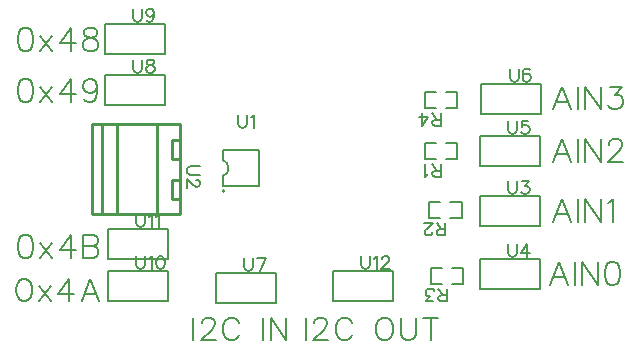
<source format=gto>
G04 Layer: TopSilkscreenLayer*
G04 EasyEDA v6.5.44, 2024-09-10 11:05:08*
G04 ef8795b4f3bf4754bb9c33a9cda3aba6,10*
G04 Gerber Generator version 0.2*
G04 Scale: 100 percent, Rotated: No, Reflected: No *
G04 Dimensions in millimeters *
G04 leading zeros omitted , absolute positions ,4 integer and 5 decimal *
%FSLAX45Y45*%
%MOMM*%

%ADD10C,0.2032*%
%ADD11C,0.1524*%
%ADD12C,0.1500*%
%ADD13C,0.2540*%
%ADD14C,0.2030*%
%ADD15C,0.2000*%
%ADD16C,0.0178*%

%LPD*%
D10*
X4645913Y9412478D02*
G01*
X4572000Y9218676D01*
X4645913Y9412478D02*
G01*
X4719827Y9218676D01*
X4599686Y9283192D02*
G01*
X4692141Y9283192D01*
X4780788Y9412478D02*
G01*
X4780788Y9218676D01*
X4841747Y9412478D02*
G01*
X4841747Y9218676D01*
X4841747Y9412478D02*
G01*
X4971034Y9218676D01*
X4971034Y9412478D02*
G01*
X4971034Y9218676D01*
X5050536Y9412478D02*
G01*
X5152136Y9412478D01*
X5096509Y9338563D01*
X5124450Y9338563D01*
X5142738Y9329420D01*
X5152136Y9320276D01*
X5161279Y9292589D01*
X5161279Y9274047D01*
X5152136Y9246362D01*
X5133593Y9227820D01*
X5105908Y9218676D01*
X5078222Y9218676D01*
X5050536Y9227820D01*
X5041138Y9236963D01*
X5031993Y9255505D01*
X4645913Y8967978D02*
G01*
X4572000Y8774176D01*
X4645913Y8967978D02*
G01*
X4719827Y8774176D01*
X4599686Y8838692D02*
G01*
X4692141Y8838692D01*
X4780788Y8967978D02*
G01*
X4780788Y8774176D01*
X4841747Y8967978D02*
G01*
X4841747Y8774176D01*
X4841747Y8967978D02*
G01*
X4971034Y8774176D01*
X4971034Y8967978D02*
G01*
X4971034Y8774176D01*
X5041138Y8921750D02*
G01*
X5041138Y8931147D01*
X5050536Y8949689D01*
X5059679Y8958834D01*
X5078222Y8967978D01*
X5115052Y8967978D01*
X5133593Y8958834D01*
X5142738Y8949689D01*
X5152136Y8931147D01*
X5152136Y8912605D01*
X5142738Y8894063D01*
X5124450Y8866378D01*
X5031993Y8774176D01*
X5161279Y8774176D01*
X4645913Y8459978D02*
G01*
X4572000Y8266176D01*
X4645913Y8459978D02*
G01*
X4719827Y8266176D01*
X4599686Y8330692D02*
G01*
X4692141Y8330692D01*
X4780788Y8459978D02*
G01*
X4780788Y8266176D01*
X4841747Y8459978D02*
G01*
X4841747Y8266176D01*
X4841747Y8459978D02*
G01*
X4971034Y8266176D01*
X4971034Y8459978D02*
G01*
X4971034Y8266176D01*
X5031993Y8423147D02*
G01*
X5050536Y8432292D01*
X5078222Y8459978D01*
X5078222Y8266176D01*
X4620513Y7926578D02*
G01*
X4546600Y7732776D01*
X4620513Y7926578D02*
G01*
X4694427Y7732776D01*
X4574286Y7797292D02*
G01*
X4666741Y7797292D01*
X4755388Y7926578D02*
G01*
X4755388Y7732776D01*
X4816347Y7926578D02*
G01*
X4816347Y7732776D01*
X4816347Y7926578D02*
G01*
X4945634Y7732776D01*
X4945634Y7926578D02*
G01*
X4945634Y7732776D01*
X5061965Y7926578D02*
G01*
X5034279Y7917434D01*
X5015738Y7889747D01*
X5006593Y7843520D01*
X5006593Y7815834D01*
X5015738Y7769605D01*
X5034279Y7741920D01*
X5061965Y7732776D01*
X5080508Y7732776D01*
X5108193Y7741920D01*
X5126736Y7769605D01*
X5135879Y7815834D01*
X5135879Y7843520D01*
X5126736Y7889747D01*
X5108193Y7917434D01*
X5080508Y7926578D01*
X5061965Y7926578D01*
X1524000Y7456678D02*
G01*
X1524000Y7262876D01*
X1594104Y7410450D02*
G01*
X1594104Y7419847D01*
X1603502Y7438389D01*
X1612645Y7447534D01*
X1631187Y7456678D01*
X1668018Y7456678D01*
X1686560Y7447534D01*
X1695704Y7438389D01*
X1705102Y7419847D01*
X1705102Y7401305D01*
X1695704Y7382763D01*
X1677415Y7355078D01*
X1584960Y7262876D01*
X1714245Y7262876D01*
X1913889Y7410450D02*
G01*
X1904492Y7428992D01*
X1885950Y7447534D01*
X1867662Y7456678D01*
X1830578Y7456678D01*
X1812289Y7447534D01*
X1793747Y7428992D01*
X1784350Y7410450D01*
X1775205Y7382763D01*
X1775205Y7336789D01*
X1784350Y7308850D01*
X1793747Y7290562D01*
X1812289Y7272020D01*
X1830578Y7262876D01*
X1867662Y7262876D01*
X1885950Y7272020D01*
X1904492Y7290562D01*
X1913889Y7308850D01*
X2117090Y7456678D02*
G01*
X2117090Y7262876D01*
X2178050Y7456678D02*
G01*
X2178050Y7262876D01*
X2178050Y7456678D02*
G01*
X2307336Y7262876D01*
X2307336Y7456678D02*
G01*
X2307336Y7262876D01*
X2476500Y7456678D02*
G01*
X2476500Y7262876D01*
X2546604Y7410450D02*
G01*
X2546604Y7419847D01*
X2556002Y7438389D01*
X2565145Y7447534D01*
X2583688Y7456678D01*
X2620518Y7456678D01*
X2639059Y7447534D01*
X2648204Y7438389D01*
X2657602Y7419847D01*
X2657602Y7401305D01*
X2648204Y7382763D01*
X2629915Y7355078D01*
X2537459Y7262876D01*
X2666745Y7262876D01*
X2866390Y7410450D02*
G01*
X2856991Y7428992D01*
X2838450Y7447534D01*
X2820161Y7456678D01*
X2783077Y7456678D01*
X2764790Y7447534D01*
X2746247Y7428992D01*
X2736850Y7410450D01*
X2727706Y7382763D01*
X2727706Y7336789D01*
X2736850Y7308850D01*
X2746247Y7290562D01*
X2764790Y7272020D01*
X2783077Y7262876D01*
X2820161Y7262876D01*
X2838450Y7272020D01*
X2856991Y7290562D01*
X2866390Y7308850D01*
X3124961Y7456678D02*
G01*
X3106420Y7447534D01*
X3087877Y7428992D01*
X3078734Y7410450D01*
X3069590Y7382763D01*
X3069590Y7336789D01*
X3078734Y7308850D01*
X3087877Y7290562D01*
X3106420Y7272020D01*
X3124961Y7262876D01*
X3161791Y7262876D01*
X3180334Y7272020D01*
X3198875Y7290562D01*
X3208020Y7308850D01*
X3217163Y7336789D01*
X3217163Y7382763D01*
X3208020Y7410450D01*
X3198875Y7428992D01*
X3180334Y7447534D01*
X3161791Y7456678D01*
X3124961Y7456678D01*
X3278124Y7456678D02*
G01*
X3278124Y7318247D01*
X3287522Y7290562D01*
X3305809Y7272020D01*
X3333750Y7262876D01*
X3352038Y7262876D01*
X3379724Y7272020D01*
X3398265Y7290562D01*
X3407409Y7318247D01*
X3407409Y7456678D01*
X3533140Y7456678D02*
G01*
X3533140Y7262876D01*
X3468370Y7456678D02*
G01*
X3597909Y7456678D01*
X93471Y9907778D02*
G01*
X65786Y9898634D01*
X47244Y9870947D01*
X38100Y9824720D01*
X38100Y9797034D01*
X47244Y9750805D01*
X65786Y9723120D01*
X93471Y9713976D01*
X112013Y9713976D01*
X139700Y9723120D01*
X158242Y9750805D01*
X167386Y9797034D01*
X167386Y9824720D01*
X158242Y9870947D01*
X139700Y9898634D01*
X112013Y9907778D01*
X93471Y9907778D01*
X228345Y9843262D02*
G01*
X329945Y9713976D01*
X329945Y9843262D02*
G01*
X228345Y9713976D01*
X483362Y9907778D02*
G01*
X390905Y9778492D01*
X529589Y9778492D01*
X483362Y9907778D02*
G01*
X483362Y9713976D01*
X636523Y9907778D02*
G01*
X608837Y9898634D01*
X599694Y9880092D01*
X599694Y9861550D01*
X608837Y9843262D01*
X627379Y9833863D01*
X664210Y9824720D01*
X692150Y9815576D01*
X710437Y9797034D01*
X719836Y9778492D01*
X719836Y9750805D01*
X710437Y9732263D01*
X701294Y9723120D01*
X673607Y9713976D01*
X636523Y9713976D01*
X608837Y9723120D01*
X599694Y9732263D01*
X590550Y9750805D01*
X590550Y9778492D01*
X599694Y9797034D01*
X618236Y9815576D01*
X645921Y9824720D01*
X682752Y9833863D01*
X701294Y9843262D01*
X710437Y9861550D01*
X710437Y9880092D01*
X701294Y9898634D01*
X673607Y9907778D01*
X636523Y9907778D01*
X93471Y9475978D02*
G01*
X65786Y9466834D01*
X47244Y9439147D01*
X38100Y9392920D01*
X38100Y9365234D01*
X47244Y9319005D01*
X65786Y9291320D01*
X93471Y9282176D01*
X112013Y9282176D01*
X139700Y9291320D01*
X158242Y9319005D01*
X167386Y9365234D01*
X167386Y9392920D01*
X158242Y9439147D01*
X139700Y9466834D01*
X112013Y9475978D01*
X93471Y9475978D01*
X228345Y9411462D02*
G01*
X329945Y9282176D01*
X329945Y9411462D02*
G01*
X228345Y9282176D01*
X483362Y9475978D02*
G01*
X390905Y9346692D01*
X529589Y9346692D01*
X483362Y9475978D02*
G01*
X483362Y9282176D01*
X710437Y9411462D02*
G01*
X701294Y9383776D01*
X682752Y9365234D01*
X655065Y9356089D01*
X645921Y9356089D01*
X618236Y9365234D01*
X599694Y9383776D01*
X590550Y9411462D01*
X590550Y9420605D01*
X599694Y9448292D01*
X618236Y9466834D01*
X645921Y9475978D01*
X655065Y9475978D01*
X682752Y9466834D01*
X701294Y9448292D01*
X710437Y9411462D01*
X710437Y9365234D01*
X701294Y9319005D01*
X682752Y9291320D01*
X655065Y9282176D01*
X636523Y9282176D01*
X608837Y9291320D01*
X599694Y9309862D01*
X93471Y8155178D02*
G01*
X65786Y8146034D01*
X47244Y8118347D01*
X38100Y8072120D01*
X38100Y8044434D01*
X47244Y7998205D01*
X65786Y7970520D01*
X93471Y7961376D01*
X112013Y7961376D01*
X139700Y7970520D01*
X158242Y7998205D01*
X167386Y8044434D01*
X167386Y8072120D01*
X158242Y8118347D01*
X139700Y8146034D01*
X112013Y8155178D01*
X93471Y8155178D01*
X228345Y8090662D02*
G01*
X329945Y7961376D01*
X329945Y8090662D02*
G01*
X228345Y7961376D01*
X483362Y8155178D02*
G01*
X390905Y8025892D01*
X529589Y8025892D01*
X483362Y8155178D02*
G01*
X483362Y7961376D01*
X590550Y8155178D02*
G01*
X590550Y7961376D01*
X590550Y8155178D02*
G01*
X673607Y8155178D01*
X701294Y8146034D01*
X710437Y8136889D01*
X719836Y8118347D01*
X719836Y8099805D01*
X710437Y8081263D01*
X701294Y8072120D01*
X673607Y8062976D01*
X590550Y8062976D02*
G01*
X673607Y8062976D01*
X701294Y8053578D01*
X710437Y8044434D01*
X719836Y8025892D01*
X719836Y7998205D01*
X710437Y7979663D01*
X701294Y7970520D01*
X673607Y7961376D01*
X590550Y7961376D01*
X80771Y7786878D02*
G01*
X53086Y7777734D01*
X34544Y7750047D01*
X25400Y7703820D01*
X25400Y7676134D01*
X34544Y7629905D01*
X53086Y7602220D01*
X80771Y7593076D01*
X99313Y7593076D01*
X127000Y7602220D01*
X145542Y7629905D01*
X154686Y7676134D01*
X154686Y7703820D01*
X145542Y7750047D01*
X127000Y7777734D01*
X99313Y7786878D01*
X80771Y7786878D01*
X215645Y7722362D02*
G01*
X317245Y7593076D01*
X317245Y7722362D02*
G01*
X215645Y7593076D01*
X470662Y7786878D02*
G01*
X378205Y7657592D01*
X516889Y7657592D01*
X470662Y7786878D02*
G01*
X470662Y7593076D01*
X651510Y7786878D02*
G01*
X577850Y7593076D01*
X651510Y7786878D02*
G01*
X725423Y7593076D01*
X605536Y7657592D02*
G01*
X697737Y7657592D01*
D11*
X3619500Y8647684D02*
G01*
X3619500Y8756650D01*
X3619500Y8647684D02*
G01*
X3572763Y8647684D01*
X3557270Y8652763D01*
X3551936Y8658097D01*
X3546856Y8668512D01*
X3546856Y8678926D01*
X3551936Y8689339D01*
X3557270Y8694420D01*
X3572763Y8699500D01*
X3619500Y8699500D01*
X3583177Y8699500D02*
G01*
X3546856Y8756650D01*
X3512565Y8668512D02*
G01*
X3502152Y8663178D01*
X3486404Y8647684D01*
X3486404Y8756650D01*
X3657600Y8152384D02*
G01*
X3657600Y8261350D01*
X3657600Y8152384D02*
G01*
X3610863Y8152384D01*
X3595370Y8157463D01*
X3590036Y8162797D01*
X3584956Y8173212D01*
X3584956Y8183626D01*
X3590036Y8194039D01*
X3595370Y8199120D01*
X3610863Y8204200D01*
X3657600Y8204200D01*
X3621277Y8204200D02*
G01*
X3584956Y8261350D01*
X3545331Y8178292D02*
G01*
X3545331Y8173212D01*
X3540252Y8162797D01*
X3534918Y8157463D01*
X3524504Y8152384D01*
X3503929Y8152384D01*
X3493515Y8157463D01*
X3488181Y8162797D01*
X3483102Y8173212D01*
X3483102Y8183626D01*
X3488181Y8194039D01*
X3498595Y8209534D01*
X3550665Y8261350D01*
X3477768Y8261350D01*
X3670300Y7593584D02*
G01*
X3670300Y7702550D01*
X3670300Y7593584D02*
G01*
X3623563Y7593584D01*
X3608070Y7598663D01*
X3602736Y7603997D01*
X3597656Y7614412D01*
X3597656Y7624826D01*
X3602736Y7635239D01*
X3608070Y7640320D01*
X3623563Y7645400D01*
X3670300Y7645400D01*
X3633977Y7645400D02*
G01*
X3597656Y7702550D01*
X3552952Y7593584D02*
G01*
X3495802Y7593584D01*
X3526790Y7635239D01*
X3511295Y7635239D01*
X3500881Y7640320D01*
X3495802Y7645400D01*
X3490468Y7661147D01*
X3490468Y7671562D01*
X3495802Y7687055D01*
X3506215Y7697470D01*
X3521709Y7702550D01*
X3537204Y7702550D01*
X3552952Y7697470D01*
X3558031Y7692389D01*
X3563365Y7681976D01*
X3619500Y9079484D02*
G01*
X3619500Y9188450D01*
X3619500Y9079484D02*
G01*
X3572763Y9079484D01*
X3557270Y9084563D01*
X3551936Y9089897D01*
X3546856Y9100312D01*
X3546856Y9110726D01*
X3551936Y9121139D01*
X3557270Y9126220D01*
X3572763Y9131300D01*
X3619500Y9131300D01*
X3583177Y9131300D02*
G01*
X3546856Y9188450D01*
X3460495Y9079484D02*
G01*
X3512565Y9152128D01*
X3434588Y9152128D01*
X3460495Y9079484D02*
G01*
X3460495Y9188450D01*
X1904758Y9173667D02*
G01*
X1904758Y9095689D01*
X1909838Y9080195D01*
X1920252Y9069781D01*
X1936000Y9064701D01*
X1946414Y9064701D01*
X1961908Y9069781D01*
X1972322Y9080195D01*
X1977402Y9095689D01*
X1977402Y9173667D01*
X2011692Y9152839D02*
G01*
X2022106Y9158173D01*
X2037854Y9173667D01*
X2037854Y9064701D01*
X1575815Y8737600D02*
G01*
X1497837Y8737600D01*
X1482344Y8732520D01*
X1471929Y8722105D01*
X1466850Y8706358D01*
X1466850Y8695944D01*
X1471929Y8680450D01*
X1482344Y8670036D01*
X1497837Y8664955D01*
X1575815Y8664955D01*
X1549907Y8625331D02*
G01*
X1554987Y8625331D01*
X1565402Y8620252D01*
X1570736Y8614918D01*
X1575815Y8604504D01*
X1575815Y8583929D01*
X1570736Y8573515D01*
X1565402Y8568181D01*
X1554987Y8563102D01*
X1544573Y8563102D01*
X1534160Y8568181D01*
X1518665Y8578595D01*
X1466850Y8630665D01*
X1466850Y8557768D01*
X4191000Y8611615D02*
G01*
X4191000Y8533637D01*
X4196079Y8518144D01*
X4206493Y8507729D01*
X4222241Y8502650D01*
X4232656Y8502650D01*
X4248150Y8507729D01*
X4258563Y8518144D01*
X4263643Y8533637D01*
X4263643Y8611615D01*
X4308347Y8611615D02*
G01*
X4365497Y8611615D01*
X4334509Y8569960D01*
X4350004Y8569960D01*
X4360418Y8564879D01*
X4365497Y8559800D01*
X4370831Y8544052D01*
X4370831Y8533637D01*
X4365497Y8518144D01*
X4355084Y8507729D01*
X4339590Y8502650D01*
X4324095Y8502650D01*
X4308347Y8507729D01*
X4303268Y8512810D01*
X4297934Y8523224D01*
X4191000Y8078215D02*
G01*
X4191000Y8000237D01*
X4196079Y7984744D01*
X4206493Y7974329D01*
X4222241Y7969250D01*
X4232656Y7969250D01*
X4248150Y7974329D01*
X4258563Y7984744D01*
X4263643Y8000237D01*
X4263643Y8078215D01*
X4350004Y8078215D02*
G01*
X4297934Y8005571D01*
X4375911Y8005571D01*
X4350004Y8078215D02*
G01*
X4350004Y7969250D01*
X4191000Y9119615D02*
G01*
X4191000Y9041637D01*
X4196079Y9026144D01*
X4206493Y9015729D01*
X4222241Y9010650D01*
X4232656Y9010650D01*
X4248150Y9015729D01*
X4258563Y9026144D01*
X4263643Y9041637D01*
X4263643Y9119615D01*
X4360418Y9119615D02*
G01*
X4308347Y9119615D01*
X4303268Y9072879D01*
X4308347Y9077960D01*
X4324095Y9083294D01*
X4339590Y9083294D01*
X4355084Y9077960D01*
X4365497Y9067800D01*
X4370831Y9052052D01*
X4370831Y9041637D01*
X4365497Y9026144D01*
X4355084Y9015729D01*
X4339590Y9010650D01*
X4324095Y9010650D01*
X4308347Y9015729D01*
X4303268Y9020810D01*
X4297934Y9031224D01*
X4203700Y9564115D02*
G01*
X4203700Y9486137D01*
X4208779Y9470644D01*
X4219193Y9460229D01*
X4234941Y9455150D01*
X4245356Y9455150D01*
X4260850Y9460229D01*
X4271263Y9470644D01*
X4276343Y9486137D01*
X4276343Y9564115D01*
X4373118Y9548621D02*
G01*
X4367784Y9559036D01*
X4352290Y9564115D01*
X4341875Y9564115D01*
X4326381Y9559036D01*
X4315968Y9543287D01*
X4310634Y9517379D01*
X4310634Y9491471D01*
X4315968Y9470644D01*
X4326381Y9460229D01*
X4341875Y9455150D01*
X4347209Y9455150D01*
X4362704Y9460229D01*
X4373118Y9470644D01*
X4378197Y9486137D01*
X4378197Y9491471D01*
X4373118Y9506965D01*
X4362704Y9517379D01*
X4347209Y9522460D01*
X4341875Y9522460D01*
X4326381Y9517379D01*
X4315968Y9506965D01*
X4310634Y9491471D01*
X1955800Y7963915D02*
G01*
X1955800Y7885937D01*
X1960879Y7870444D01*
X1971293Y7860029D01*
X1987041Y7854950D01*
X1997456Y7854950D01*
X2012950Y7860029D01*
X2023363Y7870444D01*
X2028443Y7885937D01*
X2028443Y7963915D01*
X2135631Y7963915D02*
G01*
X2083561Y7854950D01*
X2062734Y7963915D02*
G01*
X2135631Y7963915D01*
X1016000Y9640315D02*
G01*
X1016000Y9562337D01*
X1021079Y9546844D01*
X1031494Y9536429D01*
X1047242Y9531350D01*
X1057655Y9531350D01*
X1073150Y9536429D01*
X1083563Y9546844D01*
X1088644Y9562337D01*
X1088644Y9640315D01*
X1149095Y9640315D02*
G01*
X1133347Y9635236D01*
X1128268Y9624821D01*
X1128268Y9614408D01*
X1133347Y9603994D01*
X1143762Y9598660D01*
X1164589Y9593579D01*
X1180084Y9588500D01*
X1190497Y9578086D01*
X1195831Y9567671D01*
X1195831Y9551924D01*
X1190497Y9541510D01*
X1185418Y9536429D01*
X1169670Y9531350D01*
X1149095Y9531350D01*
X1133347Y9536429D01*
X1128268Y9541510D01*
X1122934Y9551924D01*
X1122934Y9567671D01*
X1128268Y9578086D01*
X1138681Y9588500D01*
X1154176Y9593579D01*
X1175004Y9598660D01*
X1185418Y9603994D01*
X1190497Y9614408D01*
X1190497Y9624821D01*
X1185418Y9635236D01*
X1169670Y9640315D01*
X1149095Y9640315D01*
X1016000Y10072115D02*
G01*
X1016000Y9994137D01*
X1021079Y9978644D01*
X1031494Y9968229D01*
X1047242Y9963150D01*
X1057655Y9963150D01*
X1073150Y9968229D01*
X1083563Y9978644D01*
X1088644Y9994137D01*
X1088644Y10072115D01*
X1190497Y10035794D02*
G01*
X1185418Y10020300D01*
X1175004Y10009886D01*
X1159510Y10004552D01*
X1154176Y10004552D01*
X1138681Y10009886D01*
X1128268Y10020300D01*
X1122934Y10035794D01*
X1122934Y10040874D01*
X1128268Y10056621D01*
X1138681Y10067036D01*
X1154176Y10072115D01*
X1159510Y10072115D01*
X1175004Y10067036D01*
X1185418Y10056621D01*
X1190497Y10035794D01*
X1190497Y10009886D01*
X1185418Y9983724D01*
X1175004Y9968229D01*
X1159510Y9963150D01*
X1149095Y9963150D01*
X1133347Y9968229D01*
X1128268Y9978644D01*
X1041400Y7976615D02*
G01*
X1041400Y7898637D01*
X1046479Y7883144D01*
X1056894Y7872729D01*
X1072642Y7867650D01*
X1083055Y7867650D01*
X1098550Y7872729D01*
X1108963Y7883144D01*
X1114044Y7898637D01*
X1114044Y7976615D01*
X1148334Y7955787D02*
G01*
X1158747Y7961121D01*
X1174495Y7976615D01*
X1174495Y7867650D01*
X1239773Y7976615D02*
G01*
X1224279Y7971536D01*
X1213865Y7955787D01*
X1208786Y7929879D01*
X1208786Y7914386D01*
X1213865Y7888223D01*
X1224279Y7872729D01*
X1239773Y7867650D01*
X1250187Y7867650D01*
X1265936Y7872729D01*
X1276350Y7888223D01*
X1281429Y7914386D01*
X1281429Y7929879D01*
X1276350Y7955787D01*
X1265936Y7971536D01*
X1250187Y7976615D01*
X1239773Y7976615D01*
X1041400Y8332215D02*
G01*
X1041400Y8254237D01*
X1046479Y8238744D01*
X1056894Y8228329D01*
X1072642Y8223250D01*
X1083055Y8223250D01*
X1098550Y8228329D01*
X1108963Y8238744D01*
X1114044Y8254237D01*
X1114044Y8332215D01*
X1148334Y8311387D02*
G01*
X1158747Y8316721D01*
X1174495Y8332215D01*
X1174495Y8223250D01*
X1208786Y8311387D02*
G01*
X1219200Y8316721D01*
X1234694Y8332215D01*
X1234694Y8223250D01*
X2946400Y7976615D02*
G01*
X2946400Y7898637D01*
X2951479Y7883144D01*
X2961893Y7872729D01*
X2977641Y7867650D01*
X2988056Y7867650D01*
X3003550Y7872729D01*
X3013963Y7883144D01*
X3019043Y7898637D01*
X3019043Y7976615D01*
X3053334Y7955787D02*
G01*
X3063747Y7961121D01*
X3079495Y7976615D01*
X3079495Y7867650D01*
X3118865Y7950708D02*
G01*
X3118865Y7955787D01*
X3124200Y7966202D01*
X3129279Y7971536D01*
X3139693Y7976615D01*
X3160522Y7976615D01*
X3170936Y7971536D01*
X3176015Y7966202D01*
X3181350Y7955787D01*
X3181350Y7945373D01*
X3176015Y7934960D01*
X3165602Y7919465D01*
X3113786Y7867650D01*
X3186429Y7867650D01*
X3576878Y8930660D02*
G01*
X3480991Y8930660D01*
X3480991Y8798539D01*
X3576878Y8798539D01*
X3662121Y8930660D02*
G01*
X3758008Y8930660D01*
X3758008Y8798539D01*
X3662121Y8798539D01*
X3614978Y8435360D02*
G01*
X3519091Y8435360D01*
X3519091Y8303239D01*
X3614978Y8303239D01*
X3700221Y8435360D02*
G01*
X3796108Y8435360D01*
X3796108Y8303239D01*
X3700221Y8303239D01*
X3627678Y7876560D02*
G01*
X3531791Y7876560D01*
X3531791Y7744439D01*
X3627678Y7744439D01*
X3712921Y7876560D02*
G01*
X3808808Y7876560D01*
X3808808Y7744439D01*
X3712921Y7744439D01*
X3576878Y9362460D02*
G01*
X3480991Y9362460D01*
X3480991Y9230339D01*
X3576878Y9230339D01*
X3662121Y9362460D02*
G01*
X3758008Y9362460D01*
X3758008Y9230339D01*
X3662121Y9230339D01*
D12*
X1772551Y8878552D02*
G01*
X2082558Y8878552D01*
X2082558Y8568545D02*
G01*
X2082558Y8878552D01*
X1772551Y8568672D02*
G01*
X2082558Y8568672D01*
X1770138Y8878552D02*
G01*
X1770138Y8794732D01*
X1770138Y8652492D02*
G01*
X1770138Y8568672D01*
D13*
X664103Y8331200D02*
G01*
X1414101Y8331200D01*
X664103Y9093200D02*
G01*
X1414101Y9093200D01*
X664103Y8331200D02*
G01*
X664103Y9093200D01*
X1414101Y8331200D02*
G01*
X1414101Y9093200D01*
X1414101Y8963807D02*
G01*
X1346200Y8963807D01*
X1346200Y8801100D01*
X1414101Y8801100D01*
X1414101Y8623259D02*
G01*
X1346200Y8623259D01*
X1346200Y8458200D01*
X1414101Y8458200D01*
X1219253Y9093200D02*
G01*
X1219253Y8331200D01*
X879982Y9093200D02*
G01*
X879982Y8331200D01*
X749300Y9080500D02*
G01*
X749300Y8331200D01*
D10*
X4457700Y8483600D02*
G01*
X4457700Y8229600D01*
X3949700Y8229600D01*
X3949700Y8483600D01*
X4140200Y8483600D01*
D14*
X4457700Y8483600D02*
G01*
X4140200Y8483600D01*
D10*
X4457700Y7950200D02*
G01*
X4457700Y7696200D01*
X3949700Y7696200D01*
X3949700Y7950200D01*
X4140200Y7950200D01*
D14*
X4457700Y7950200D02*
G01*
X4140200Y7950200D01*
D10*
X4457700Y8991600D02*
G01*
X4457700Y8737600D01*
X3949700Y8737600D01*
X3949700Y8991600D01*
X4140200Y8991600D01*
D14*
X4457700Y8991600D02*
G01*
X4140200Y8991600D01*
D10*
X4470400Y9436100D02*
G01*
X4470400Y9182100D01*
X3962400Y9182100D01*
X3962400Y9436100D01*
X4152900Y9436100D01*
D14*
X4470400Y9436100D02*
G01*
X4152900Y9436100D01*
D10*
X2222500Y7835900D02*
G01*
X2222500Y7581900D01*
X1714500Y7581900D01*
X1714500Y7835900D01*
X1905000Y7835900D01*
D14*
X2222500Y7835900D02*
G01*
X1905000Y7835900D01*
D10*
X1282700Y9512300D02*
G01*
X1282700Y9258300D01*
X774700Y9258300D01*
X774700Y9512300D01*
X965200Y9512300D01*
D14*
X1282700Y9512300D02*
G01*
X965200Y9512300D01*
D10*
X1282700Y9944100D02*
G01*
X1282700Y9690100D01*
X774700Y9690100D01*
X774700Y9944100D01*
X965200Y9944100D01*
D14*
X1282700Y9944100D02*
G01*
X965200Y9944100D01*
D10*
X1308100Y7848600D02*
G01*
X1308100Y7594600D01*
X800100Y7594600D01*
X800100Y7848600D01*
X990600Y7848600D01*
D14*
X1308100Y7848600D02*
G01*
X990600Y7848600D01*
D10*
X1308100Y8204200D02*
G01*
X1308100Y7950200D01*
X800100Y7950200D01*
X800100Y8204200D01*
X990600Y8204200D01*
D14*
X1308100Y8204200D02*
G01*
X990600Y8204200D01*
D10*
X3213100Y7848600D02*
G01*
X3213100Y7594600D01*
X2705100Y7594600D01*
X2705100Y7848600D01*
X2895600Y7848600D01*
D14*
X3213100Y7848600D02*
G01*
X2895600Y7848600D01*
D12*
G75*
G01*
X1770139Y8792192D02*
G02*
X1770139Y8652492I-21730J-69850D01*
D15*
G75*
G01
X1788020Y8526780D02*
G03X1788020Y8526780I-10008J0D01*
M02*

</source>
